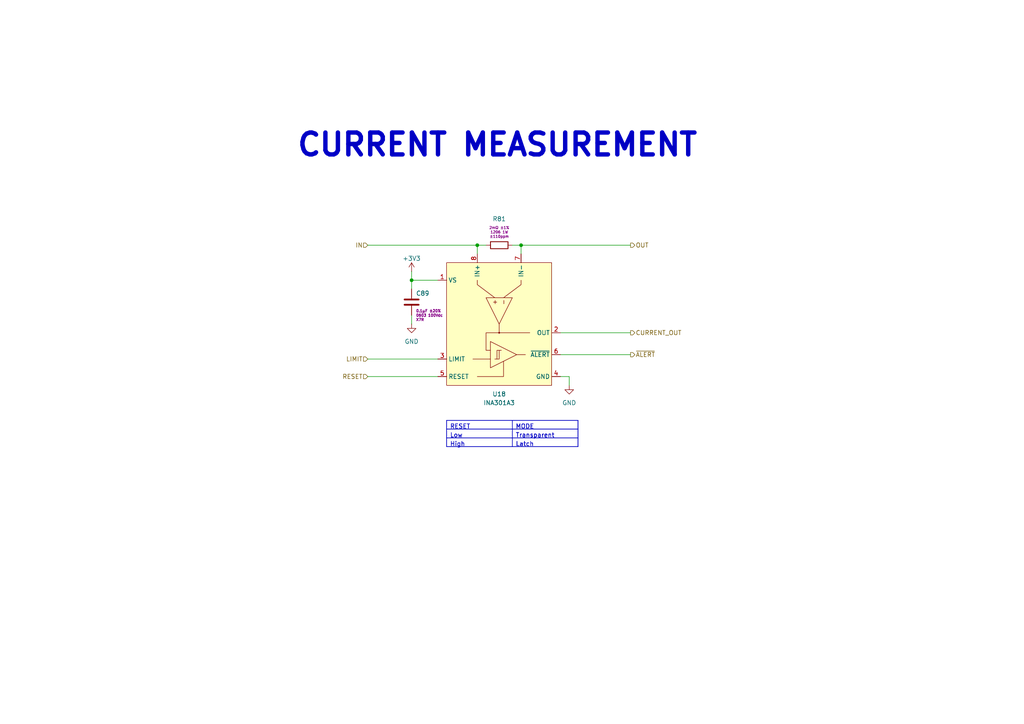
<source format=kicad_sch>
(kicad_sch (version 20250114) (generator "eeschema") (generator_version "9.0")
  (paper "A4")
  (lib_symbols
    (symbol "power:+3V3" (power) (pin_numbers (hide yes)) (pin_names (offset 0) (hide yes))
      (property "Value" "+3V3" (at 0 3.556 0))
      (symbol "+3V3_0_1"
        (polyline (pts (xy -0.762 1.27) (xy 0 2.54)))
        (polyline (pts (xy 0 2.54) (xy 0.762 1.27)))
        (polyline (pts (xy 0 0) (xy 0 2.54)))
      )
      (symbol "+3V3_1_1"
        (pin power_in line (at 0 0 90) (length 0) (name "~") (number "1"))
      )
    )
    (symbol "power:GND" (power) (pin_numbers (hide yes)) (pin_names (offset 0) (hide yes))
      (property "Value" "GND" (at 0 -3.81 0))
      (symbol "GND_0_1"
        (polyline (pts (xy 0 0) (xy 0 -1.27) (xy 1.27 -1.27) (xy 0 -2.54) (xy -1.27 -1.27) (xy 0 -1.27)))
      )
      (symbol "GND_1_1"
        (pin power_in line (at 0 0 270) (length 0) (name "~") (number "1"))
      )
    )
    (symbol "ps-ch:0.1μF 0603 100Vdc X7R ±20%" (pin_numbers (hide yes)) (pin_names (offset 0))
      (property "Reference" "C" (at 0 0 0))
      (property "DisplayValue0" "0.1μF ±20%" (at 3.048 1.27 0))
      (property "DisplayValue1" "0603 100Vdc" (at 3.048 0 0))
      (property "DisplayValue2" "X7R" (at 3.048 -1.27 0))
      (symbol "0.1μF 0603 100Vdc X7R ±20%_0_1"
        (polyline (pts (xy 2.032 0.762) (xy -2.032 0.762)) (stroke (width 0.508)))
        (polyline (pts (xy 2.032 -0.762) (xy -2.032 -0.762)) (stroke (width 0.508)))
      )
      (symbol "0.1μF 0603 100Vdc X7R ±20%_1_1"
        (pin passive line (at 0 3.81 270) (length 2.794) (name "~") (number "2"))
        (pin passive line (at 0 -3.81 90) (length 2.794) (name "~") (number "1"))
      )
    )
    (symbol "ps-ch:2mΩ 1206 1W ±1% ±50ppm/°C" (pin_numbers (hide yes)) (pin_names (offset 0))
      (property "Reference" "R" (at 0 0 90))
      (property "DisplayValue0" "2mΩ ±1%" (at 2.032 1.27 0))
      (property "DisplayValue1" "1206 1W" (at 2.032 0 0))
      (property "DisplayValue2" "±110ppm" (at 2.032 -1.27 0))
      (symbol "2mΩ 1206 1W ±1% ±50ppm/°C_0_1"
        (rectangle (start -1.016 2.5146) (end 1.016 -2.5654) (stroke (width 0.254)))
      )
      (symbol "2mΩ 1206 1W ±1% ±50ppm/°C_1_1"
        (pin passive line (at 0 3.81 270) (length 1.27) (name "~") (number "2"))
        (pin passive line (at 0 -3.81 90) (length 1.27) (name "~") (number "1"))
      )
    )
    (symbol "ps-ch:INA301A3"
      (property "Reference" "U" (at -15.24 18.034 0))
      (property "Value" "INA301A3" (at -15.24 -18.034 0))
      (symbol "INA301A3_0_1"
        (polyline (pts (xy -2.54 -5.08) (xy -2.54 -12.7) (xy 5.08 -8.89) (xy -2.54 -5.08)))
        (polyline (pts (xy -2.54 -10.16) (xy -7.62 -10.16)))
        (polyline (pts (xy -1.27 -10.16) (xy -0.635 -10.16) (xy -0.635 -7.62) (xy 0.635 -7.62)))
        (polyline (pts (xy -0.635 -10.16) (xy 0 -10.16) (xy 0 -7.62)))
        (polyline (pts (xy 3.81 7.62) (xy -3.81 7.62) (xy 0 0) (xy 3.81 7.62)))
      )
      (symbol "INA301A3_1_1"
        (rectangle (start -15.24 17.78) (end 15.24 -17.78) (fill (type background)))
        (polyline (pts (xy -6.35 12.7) (xy -6.35 11.43) (xy -1.27 7.62)))
        (polyline (pts (xy -6.35 -15.24) (xy 1.27 -15.24) (xy 1.27 -10.795)))
        (polyline (pts (xy 0 0) (xy 0 -2.54) (xy -3.81 -2.54) (xy -3.81 -7.62) (xy -2.54 -7.62)))
        (polyline (pts (xy 0 -2.54) (xy 8.89 -2.54)))
        (circle (center 0 -2.54) (radius 0.0001) (stroke (width 0.508)) (fill (type outline)))
        (polyline (pts (xy 1.27 7.62) (xy 6.35 11.43) (xy 6.35 12.7)))
        (polyline (pts (xy 5.08 -8.89) (xy 7.62 -8.89)))
        (text "+" (at -1.27 6.35 900) (effects (font (size 1.27 1.27))))
        (text "-" (at 1.27 6.35 900) (effects (font (size 1.27 1.27))))
        (pin power_in line (at -17.78 12.7 0) (length 2.54) (name "VS") (number "1"))
        (pin input line (at -17.78 -10.16 0) (length 2.54) (name "LIMIT") (number "3"))
        (pin input line (at -17.78 -15.24 0) (length 2.54) (name "RESET") (number "5"))
        (pin input line (at -6.35 20.32 270) (length 2.54) (name "IN+") (number "8"))
        (pin input line (at 6.35 20.32 270) (length 2.54) (name "IN-") (number "7"))
        (pin output line (at 17.78 -2.54 180) (length 2.54) (name "OUT") (number "2"))
        (pin open_collector line (at 17.78 -8.89 180) (length 2.54) (name "~{ALERT}") (number "6"))
        (pin power_in line (at 17.78 -15.24 180) (length 2.54) (name "GND") (number "4"))
      )
    )
  )
  (text "CURRENT MEASUREMENT" (at 144.272 42.164 0) (effects (font (size 6.35 6.35) (thickness 1.27) (bold yes))))
  (junction (at 119.38 81.28))
  (junction (at 138.43 71.12))
  (junction (at 151.13 71.12))
  (wire (pts (xy 106.68 71.12) (xy 138.43 71.12)))
  (wire (pts (xy 119.38 81.28) (xy 127 81.28)))
  (wire (pts (xy 162.56 96.52) (xy 182.88 96.52)))
  (wire (pts (xy 106.68 104.14) (xy 127 104.14)))
  (wire (pts (xy 119.38 91.44) (xy 119.38 93.98)))
  (wire (pts (xy 162.56 102.87) (xy 182.88 102.87)))
  (wire (pts (xy 138.43 71.12) (xy 138.43 73.66)))
  (wire (pts (xy 148.59 71.12) (xy 151.13 71.12)))
  (wire (pts (xy 138.43 71.12) (xy 140.97 71.12)))
  (wire (pts (xy 162.56 109.22) (xy 165.1 109.22)))
  (wire (pts (xy 151.13 71.12) (xy 151.13 73.66)))
  (wire (pts (xy 119.38 78.74) (xy 119.38 81.28)))
  (wire (pts (xy 151.13 71.12) (xy 182.88 71.12)))
  (wire (pts (xy 165.1 109.22) (xy 165.1 111.76)))
  (wire (pts (xy 106.68 109.22) (xy 127 109.22)))
  (wire (pts (xy 119.38 81.28) (xy 119.38 83.82)))
  (table (column_count 2) (border (external yes) (header yes) (stroke (width 0.254))) (separators (rows yes) (cols yes)) (column_widths 19.05 19.05) (row_heights 2.54 2.54 2.54) (cells (table_cell "RESET" (at 129.54 121.92 0) (size 19.05 2.54) (margins 0.9525 0.9525 0.9525 0.9525) (span 1 1)) (table_cell "MODE" (at 148.59 121.92 0) (size 19.05 2.54) (margins 0.9525 0.9525 0.9525 0.9525) (span 1 1)) (table_cell "Low" (at 129.54 124.46 0) (size 19.05 2.54) (margins 0.9525 0.9525 0.9525 0.9525) (span 1 1)) (table_cell "Transparent" (at 148.59 124.46 0) (size 19.05 2.54) (margins 0.9525 0.9525 0.9525 0.9525) (span 1 1)) (table_cell "High" (at 129.54 127 0) (size 19.05 2.54) (margins 0.9525 0.9525 0.9525 0.9525) (span 1 1)) (table_cell "Latch" (at 148.59 127 0) (size 19.05 2.54) (margins 0.9525 0.9525 0.9525 0.9525) (span 1 1))))
  (table (column_count 2) (border (external yes) (header yes) (stroke (width 0.254))) (separators (rows yes) (cols yes)) (column_widths 19.05 19.05) (row_heights 2.54 2.54 2.54) (cells (table_cell "RESET" (at 129.54 121.92 0) (size 19.05 2.54) (margins 0.9525 0.9525 0.9525 0.9525) (span 1 1)) (table_cell "MODE" (at 148.59 121.92 0) (size 19.05 2.54) (margins 0.9525 0.9525 0.9525 0.9525) (span 1 1)) (table_cell "Low" (at 129.54 124.46 0) (size 19.05 2.54) (margins 0.9525 0.9525 0.9525 0.9525) (span 1 1)) (table_cell "Transparent" (at 148.59 124.46 0) (size 19.05 2.54) (margins 0.9525 0.9525 0.9525 0.9525) (span 1 1)) (table_cell "High" (at 129.54 127 0) (size 19.05 2.54) (margins 0.9525 0.9525 0.9525 0.9525) (span 1 1)) (table_cell "Latch" (at 148.59 127 0) (size 19.05 2.54) (margins 0.9525 0.9525 0.9525 0.9525) (span 1 1))))
  (hierarchical_label "RESET" (shape input) (at 106.68 109.22 180))
  (hierarchical_label "LIMIT" (shape input) (at 106.68 104.14 180))
  (hierarchical_label "CURRENT_OUT" (shape output) (at 182.88 96.52 0))
  (hierarchical_label "IN" (shape input) (at 106.68 71.12 180))
  (hierarchical_label "OUT" (shape output) (at 182.88 71.12 0))
  (hierarchical_label "~{ALERT}" (shape output) (at 182.88 102.87 0))
  (symbol (lib_id "ps-ch:2mΩ 1206 1W ±1% ±50ppm/°C") (at 144.78 71.12 90) (unit 1)
    (property "Reference" "R81" (at 144.8054 63.5 90))
    (property "Value" "2mΩ 1206 1W ±1% ±50ppm/°C" (effects (hide yes)))
    (property "Footprint" "Resistor_SMD:R_1206_3216Metric" (effects (hide yes)))
    (property "Description" "R 1206 1W ±1% ±50ppm/°C" (effects (hide yes)))
    (property "Manufacturer" "Bourns" (effects (hide yes)))
    (property "Manufacturer Part Number" "CRF1206FZR002ELF" (effects (hide yes)))
    (property "DisplayValue0" "2mΩ ±1%" (at 144.8054 66.04 90) (effects (font (size 0.762 0.762))))
    (property "DisplayValue1" "1206 1W" (at 144.8054 67.31 90) (effects (font (size 0.762 0.762))))
    (property "DisplayValue2" "±110ppm" (at 144.8054 68.58 90) (effects (font (size 0.762 0.762))))
  )
  (symbol (lib_id "power:+3V3") (at 119.38 78.74 0) (unit 1)
    (property "Reference" "#PWR0167" (effects (hide yes)))
    (property "Value" "+3V3" (at 119.38 75.692 0) (effects (justify bottom)))
    (property "Description" "Power symbol creates a global label with name \"+3V3\"" (effects (hide yes)))
  )
  (symbol (lib_id "power:GND") (at 119.38 93.98 0) (unit 1)
    (property "Reference" "#PWR0168" (effects (hide yes)))
    (property "Value" "GND" (at 119.38 99.06 0))
    (property "Description" "Power symbol creates a global label with name \"GND\" , ground" (effects (hide yes)))
  )
  (symbol (lib_id "ps-ch:0.1μF 0603 100Vdc X7R ±20%") (at 119.38 87.63 0) (unit 1)
    (property "Reference" "C89" (at 120.65 85.09 0) (effects (justify left)))
    (property "Value" "0.1μF 0603 100Vdc X7R ±20%" (effects (hide yes)))
    (property "Footprint" "Capacitor_SMD:C_0603_1608Metric" (effects (hide yes)))
    (property "Description" "Capacitor 0603 100Vdc X7R ±20%" (effects (hide yes)))
    (property "Manufacturer" "Murata" (effects (hide yes)))
    (property "Manufacturer Part Number" "GRM188R72A104MA35" (effects (hide yes)))
    (property "DisplayValue0" "0.1μF ±20%" (at 120.65 90.17 0) (effects (font (size 0.762 0.762)) (justify left)))
    (property "DisplayValue1" "0603 100Vdc" (at 120.65 91.44 0) (effects (font (size 0.762 0.762)) (justify left)))
    (property "DisplayValue2" "X7R" (at 120.65 92.71 0) (effects (font (size 0.762 0.762)) (justify left)))
  )
  (symbol (lib_id "power:GND") (at 165.1 111.76 0) (unit 1)
    (property "Reference" "#PWR0169" (effects (hide yes)))
    (property "Value" "GND" (at 165.1 116.84 0))
    (property "Description" "Power symbol creates a global label with name \"GND\" , ground" (effects (hide yes)))
  )
  (symbol (lib_id "ps-ch:INA301A3") (at 144.78 93.98 0) (unit 1)
    (property "Reference" "U18" (at 144.78 114.3 0))
    (property "Value" "INA301A3" (at 144.78 116.84 0))
    (property "Footprint" "Package_SO:VSSOP-8_3x3mm_P0.65mm" (effects (hide yes)))
    (property "Datasheet" "https://www.ti.com/lit/ds/symlink/ina301.pdf?ts=1758771169210&ref_url=https%253A%252F%252Fwww.ti.com%252Fproduct%252FINA301" (effects (hide yes)))
    (property "Manufacturer" "Texas Instruments" (effects (hide yes)))
    (property "Manufacturer Part Number" "INA301A3IDGKR" (effects (hide yes)))
  )
)
</source>
